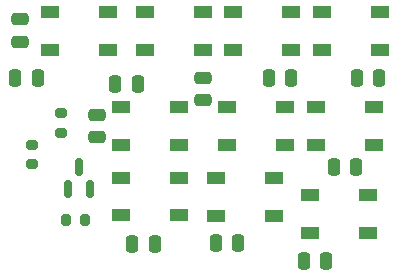
<source format=gbr>
%TF.GenerationSoftware,KiCad,Pcbnew,6.0.7-f9a2dced07~116~ubuntu20.04.1*%
%TF.CreationDate,2022-09-29T18:09:13+00:00*%
%TF.ProjectId,RGB,5247422e-6b69-4636-9164-5f7063625858,rev?*%
%TF.SameCoordinates,Original*%
%TF.FileFunction,Paste,Top*%
%TF.FilePolarity,Positive*%
%FSLAX46Y46*%
G04 Gerber Fmt 4.6, Leading zero omitted, Abs format (unit mm)*
G04 Created by KiCad (PCBNEW 6.0.7-f9a2dced07~116~ubuntu20.04.1) date 2022-09-29 18:09:13*
%MOMM*%
%LPD*%
G01*
G04 APERTURE LIST*
G04 Aperture macros list*
%AMRoundRect*
0 Rectangle with rounded corners*
0 $1 Rounding radius*
0 $2 $3 $4 $5 $6 $7 $8 $9 X,Y pos of 4 corners*
0 Add a 4 corners polygon primitive as box body*
4,1,4,$2,$3,$4,$5,$6,$7,$8,$9,$2,$3,0*
0 Add four circle primitives for the rounded corners*
1,1,$1+$1,$2,$3*
1,1,$1+$1,$4,$5*
1,1,$1+$1,$6,$7*
1,1,$1+$1,$8,$9*
0 Add four rect primitives between the rounded corners*
20,1,$1+$1,$2,$3,$4,$5,0*
20,1,$1+$1,$4,$5,$6,$7,0*
20,1,$1+$1,$6,$7,$8,$9,0*
20,1,$1+$1,$8,$9,$2,$3,0*%
G04 Aperture macros list end*
%ADD10RoundRect,0.200000X-0.275000X0.200000X-0.275000X-0.200000X0.275000X-0.200000X0.275000X0.200000X0*%
%ADD11RoundRect,0.200000X-0.200000X-0.275000X0.200000X-0.275000X0.200000X0.275000X-0.200000X0.275000X0*%
%ADD12RoundRect,0.200000X0.275000X-0.200000X0.275000X0.200000X-0.275000X0.200000X-0.275000X-0.200000X0*%
%ADD13RoundRect,0.150000X0.150000X-0.587500X0.150000X0.587500X-0.150000X0.587500X-0.150000X-0.587500X0*%
%ADD14R,1.500000X1.000000*%
%ADD15RoundRect,0.250000X-0.250000X-0.475000X0.250000X-0.475000X0.250000X0.475000X-0.250000X0.475000X0*%
%ADD16RoundRect,0.250000X0.250000X0.475000X-0.250000X0.475000X-0.250000X-0.475000X0.250000X-0.475000X0*%
%ADD17RoundRect,0.250000X-0.475000X0.250000X-0.475000X-0.250000X0.475000X-0.250000X0.475000X0.250000X0*%
%ADD18RoundRect,0.250000X0.475000X-0.250000X0.475000X0.250000X-0.475000X0.250000X-0.475000X-0.250000X0*%
G04 APERTURE END LIST*
D10*
%TO.C,R3*%
X114000000Y-89000000D03*
X114000000Y-90650000D03*
%TD*%
D11*
%TO.C,R2*%
X116000000Y-98000000D03*
X114350000Y-98000000D03*
%TD*%
D12*
%TO.C,R1*%
X111500000Y-93325000D03*
X111500000Y-91675000D03*
%TD*%
D13*
%TO.C,Q1*%
X114550000Y-95437500D03*
X116450000Y-95437500D03*
X115500000Y-93562500D03*
%TD*%
D14*
%TO.C,D10*%
X140950000Y-83650000D03*
X140950000Y-80450000D03*
X136050000Y-80450000D03*
X136050000Y-83650000D03*
%TD*%
%TO.C,D9*%
X139950000Y-95950000D03*
X139950000Y-99150000D03*
X135050000Y-99150000D03*
X135050000Y-95950000D03*
%TD*%
%TO.C,D8*%
X133450000Y-83650000D03*
X133450000Y-80450000D03*
X128550000Y-80450000D03*
X128550000Y-83650000D03*
%TD*%
%TO.C,D7*%
X127115000Y-94505000D03*
X127115000Y-97705000D03*
X132015000Y-97705000D03*
X132015000Y-94505000D03*
%TD*%
%TO.C,D6*%
X125950000Y-83650000D03*
X125950000Y-80450000D03*
X121050000Y-80450000D03*
X121050000Y-83650000D03*
%TD*%
%TO.C,D5*%
X123950000Y-97650000D03*
X123950000Y-94450000D03*
X119050000Y-94450000D03*
X119050000Y-97650000D03*
%TD*%
%TO.C,D4*%
X117950000Y-83650000D03*
X117950000Y-80450000D03*
X113050000Y-80450000D03*
X113050000Y-83650000D03*
%TD*%
%TO.C,D3*%
X119050000Y-88450000D03*
X119050000Y-91650000D03*
X123950000Y-91650000D03*
X123950000Y-88450000D03*
%TD*%
%TO.C,D2*%
X128050000Y-88450000D03*
X128050000Y-91650000D03*
X132950000Y-91650000D03*
X132950000Y-88450000D03*
%TD*%
%TO.C,D1*%
X140450000Y-91650000D03*
X140450000Y-88450000D03*
X135550000Y-88450000D03*
X135550000Y-91650000D03*
%TD*%
D15*
%TO.C,C11*%
X136400000Y-101500000D03*
X134500000Y-101500000D03*
%TD*%
%TO.C,C10*%
X127050000Y-100000000D03*
X128950000Y-100000000D03*
%TD*%
D16*
%TO.C,C9*%
X121900000Y-100050000D03*
X120000000Y-100050000D03*
%TD*%
D17*
%TO.C,C8*%
X117000000Y-89150000D03*
X117000000Y-91050000D03*
%TD*%
%TO.C,C7*%
X126000000Y-86000000D03*
X126000000Y-87900000D03*
%TD*%
D16*
%TO.C,C6*%
X138950000Y-93550000D03*
X137050000Y-93550000D03*
%TD*%
%TO.C,C5*%
X139000000Y-86050000D03*
X140900000Y-86050000D03*
%TD*%
%TO.C,C4*%
X133450000Y-86050000D03*
X131550000Y-86050000D03*
%TD*%
D15*
%TO.C,C3*%
X118550000Y-86500000D03*
X120450000Y-86500000D03*
%TD*%
%TO.C,C2*%
X110100000Y-86050000D03*
X112000000Y-86050000D03*
%TD*%
D18*
%TO.C,C1*%
X110500000Y-82950000D03*
X110500000Y-81050000D03*
%TD*%
M02*

</source>
